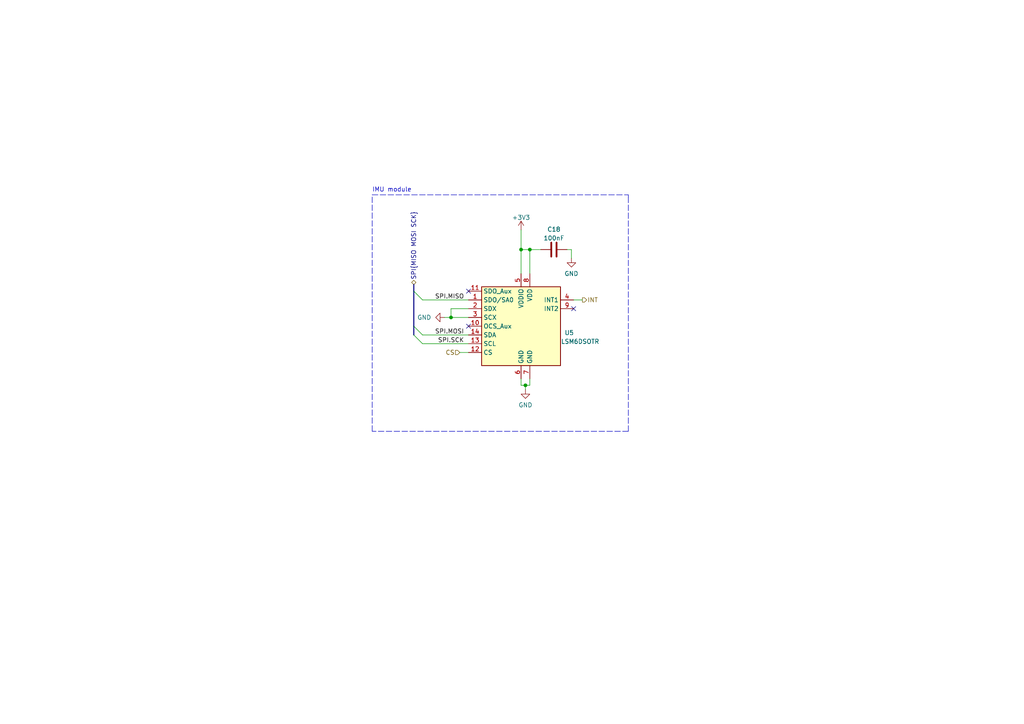
<source format=kicad_sch>
(kicad_sch (version 20211123) (generator eeschema)
  (paper "A4")
  (lib_symbols
    (symbol "Device:C" (pin_numbers hide) (pin_names (offset 0.254))
      (property "Reference" "C" (at 0.635 2.54 0))
      (property "Value" "C" (at 0.635 -2.54 0))
      (symbol "C_0_1"
        (polyline (pts (xy -2.032 -0.762) (xy 2.032 -0.762)) (stroke (width 0.508)))
        (polyline (pts (xy -2.032 0.762) (xy 2.032 0.762)) (stroke (width 0.508)))
      )
      (symbol "C_1_1"
        (pin passive line (at 0 3.81 270) (length 2.794) (name "~") (number "1"))
        (pin passive line (at 0 -3.81 90) (length 2.794) (name "~") (number "2"))
      )
    )
    (symbol "Sensor_Motion:LSM6DSM"
      (property "Reference" "U" (at -11.43 15.24 0))
      (property "Value" "LSM6DSM" (at -11.43 12.7 0))
      (symbol "LSM6DSM_0_1"
        (rectangle (start 11.43 11.43) (end -11.43 -11.43) (stroke (width 0.254)) (fill (type background)))
      )
      (symbol "LSM6DSM_1_1"
        (pin bidirectional line (at -15.24 7.62 0) (length 3.81) (name "SDO/SA0") (number "1"))
        (pin passive line (at -15.24 0 0) (length 3.81) (name "OCS_Aux") (number "10"))
        (pin bidirectional line (at -15.24 10.16 0) (length 3.81) (name "SDO_Aux") (number "11"))
        (pin input line (at -15.24 -7.62 0) (length 3.81) (name "CS") (number "12"))
        (pin input line (at -15.24 -5.08 0) (length 3.81) (name "SCL") (number "13"))
        (pin bidirectional line (at -15.24 -2.54 0) (length 3.81) (name "SDA") (number "14"))
        (pin bidirectional line (at -15.24 5.08 0) (length 3.81) (name "SDX") (number "2"))
        (pin input line (at -15.24 2.54 0) (length 3.81) (name "SCX") (number "3"))
        (pin output line (at 15.24 7.62 180) (length 3.81) (name "INT1") (number "4"))
        (pin power_in line (at 0 15.24 270) (length 3.81) (name "VDDIO") (number "5"))
        (pin power_in line (at 0 -15.24 90) (length 3.81) (name "GND") (number "6"))
        (pin power_in line (at 2.54 -15.24 90) (length 3.81) (name "GND") (number "7"))
        (pin power_in line (at 2.54 15.24 270) (length 3.81) (name "VDD") (number "8"))
        (pin output line (at 15.24 5.08 180) (length 3.81) (name "INT2") (number "9"))
      )
    )
    (symbol "power:+3V3" (power) (pin_names (offset 0))
      (property "Value" "+3V3" (at 0 3.556 0))
      (symbol "+3V3_0_1"
        (polyline (pts (xy -0.762 1.27) (xy 0 2.54)))
        (polyline (pts (xy 0 0) (xy 0 2.54)))
        (polyline (pts (xy 0 2.54) (xy 0.762 1.27)))
      )
      (symbol "+3V3_1_1"
        (pin power_in line (at 0 0 90) (length 0) hide (name "+3V3") (number "1"))
      )
    )
    (symbol "power:GND" (power) (pin_names (offset 0))
      (property "Value" "GND" (at 0 -3.81 0))
      (symbol "GND_0_1"
        (polyline (pts (xy 0 0) (xy 0 -1.27) (xy 1.27 -1.27) (xy 0 -2.54) (xy -1.27 -1.27) (xy 0 -1.27)))
      )
      (symbol "GND_1_1"
        (pin power_in line (at 0 0 270) (length 0) hide (name "GND") (number "1"))
      )
    )
  )
  (junction (at 130.81 92.075))
  (junction (at 152.4 111.76))
  (junction (at 151.13 72.39))
  (junction (at 153.67 72.39))
  (no_connect (at 166.37 89.535))
  (no_connect (at 135.89 94.615))
  (no_connect (at 135.89 84.455))
  (bus_entry (at 122.555 99.695) (size -2.54 -2.54))
  (bus_entry (at 122.555 86.995) (size -2.54 -2.54))
  (bus_entry (at 122.555 97.155) (size -2.54 -2.54))
  (wire (pts (xy 153.67 72.39) (xy 153.67 79.375)))
  (wire (pts (xy 166.37 86.995) (xy 168.91 86.995)))
  (wire (pts (xy 153.67 72.39) (xy 156.845 72.39)))
  (polyline (pts (xy 182.245 56.515) (xy 182.245 57.15)))
  (wire (pts (xy 130.81 89.535) (xy 130.81 92.075)))
  (wire (pts (xy 133.35 102.235) (xy 135.89 102.235)))
  (wire (pts (xy 130.81 92.075) (xy 128.905 92.075)))
  (wire (pts (xy 151.13 72.39) (xy 151.13 79.375)))
  (wire (pts (xy 152.4 111.76) (xy 152.4 113.03)))
  (wire (pts (xy 153.67 111.76) (xy 153.67 109.855)))
  (wire (pts (xy 151.13 111.76) (xy 152.4 111.76)))
  (bus (pts (xy 120.015 84.455) (xy 120.015 94.615)))
  (wire (pts (xy 152.4 111.76) (xy 153.67 111.76)))
  (polyline (pts (xy 182.245 125.095) (xy 107.95 125.095)))
  (wire (pts (xy 164.465 72.39) (xy 165.735 72.39)))
  (wire (pts (xy 130.81 89.535) (xy 135.89 89.535)))
  (wire (pts (xy 151.13 66.675) (xy 151.13 72.39)))
  (wire (pts (xy 151.13 72.39) (xy 153.67 72.39)))
  (polyline (pts (xy 182.245 57.15) (xy 182.245 125.095)))
  (polyline (pts (xy 107.95 56.515) (xy 182.245 56.515)))
  (wire (pts (xy 122.555 99.695) (xy 135.89 99.695)))
  (wire (pts (xy 151.13 109.855) (xy 151.13 111.76)))
  (bus (pts (xy 120.015 94.615) (xy 120.015 97.155)))
  (wire (pts (xy 122.555 86.995) (xy 135.89 86.995)))
  (wire (pts (xy 165.735 72.39) (xy 165.735 74.93)))
  (wire (pts (xy 130.81 92.075) (xy 135.89 92.075)))
  (polyline (pts (xy 107.95 125.095) (xy 107.95 56.515)))
  (bus (pts (xy 120.015 82.55) (xy 120.015 84.455)))
  (wire (pts (xy 122.555 97.155) (xy 135.89 97.155)))
  (text "IMU module" (at 107.95 55.88 0) (effects (font (size 1.27 1.27)) (justify left bottom)))
  (label "SPI.MISO" (at 134.62 86.995 180))
  (label "SPI.MOSI" (at 134.62 97.155 180))
  (label "SPI.SCK" (at 134.62 99.695 180))
  (hierarchical_label "INT" (shape output) (at 168.91 86.995 0))
  (hierarchical_label "SPI{MISO MOSI SCK}" (shape bidirectional) (at 120.015 82.55 90))
  (hierarchical_label "CS" (shape input) (at 133.35 102.235 180))
  (symbol (lib_id "power:GND") (at 165.735 74.93 0) (unit 1)
    (property "Reference" "#PWR051" (effects hide))
    (property "Value" "GND" (at 165.735 79.3734 0))
  )
  (symbol (lib_id "Sensor_Motion:LSM6DSM") (at 151.13 94.615 0) (unit 1)
    (property "Reference" "U5" (at 165.1 96.52 0))
    (property "Value" "LSM6DSOTR" (at 168.275 99.06 0))
    (property "Footprint" "Package_LGA:LGA-14_3x2.5mm_P0.5mm_LayoutBorder3x4y" (effects hide))
    (property "Datasheet" "https://www.st.com/resource/en/datasheet/lsm6dsm.pdf" (effects hide))
    (property "JLC" "LGA-14(2.5x3)" (effects hide))
    (property "LCSC" "C2655100" (effects hide))
  )
  (symbol (lib_id "power:+3V3") (at 151.13 66.675 0) (unit 1)
    (property "Reference" "#PWR050" (effects hide))
    (property "Value" "+3V3" (at 151.13 63.0992 0))
  )
  (symbol (lib_id "power:GND") (at 128.905 92.075 270) (unit 1)
    (property "Reference" "#PWR052" (effects hide))
    (property "Value" "GND" (at 125.095 92.075 90) (effects (justify right)))
  )
  (symbol (lib_id "Device:C") (at 160.655 72.39 270) (unit 1)
    (property "Reference" "C18" (at 160.655 66.5312 90))
    (property "Value" "100nF" (at 160.655 69.0681 90))
    (property "Footprint" "Capacitor_SMD:C_0402_1005Metric" (effects hide))
    (property "JLC" "0402" (effects hide))
    (property "LCSC" "C1525" (effects hide))
  )
  (symbol (lib_id "power:GND") (at 152.4 113.03 0) (unit 1)
    (property "Reference" "#PWR053" (effects hide))
    (property "Value" "GND" (at 152.4 117.4734 0))
  )
)
</source>
